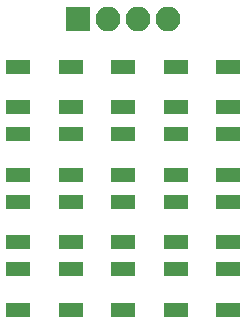
<source format=gbr>
G04 #@! TF.FileFunction,Soldermask,Top*
%FSLAX46Y46*%
G04 Gerber Fmt 4.6, Leading zero omitted, Abs format (unit mm)*
G04 Created by KiCad (PCBNEW 4.0.7) date 07/07/18 12:03:53*
%MOMM*%
%LPD*%
G01*
G04 APERTURE LIST*
%ADD10C,0.100000*%
%ADD11R,2.100000X1.300000*%
%ADD12R,2.100000X2.100000*%
%ADD13O,2.100000X2.100000*%
G04 APERTURE END LIST*
D10*
D11*
X118745000Y-98220000D03*
X118745000Y-94820000D03*
X123190000Y-98220000D03*
X123190000Y-94820000D03*
X127635000Y-98220000D03*
X127635000Y-94820000D03*
X132080000Y-98220000D03*
X132080000Y-94820000D03*
X136525000Y-98220000D03*
X136525000Y-94820000D03*
X118745000Y-100535000D03*
X118745000Y-103935000D03*
X123190000Y-100535000D03*
X123190000Y-103935000D03*
X127635000Y-100535000D03*
X127635000Y-103935000D03*
X132080000Y-100535000D03*
X132080000Y-103935000D03*
X136525000Y-100535000D03*
X136525000Y-103935000D03*
X118745000Y-106250000D03*
X118745000Y-109650000D03*
X123190000Y-106250000D03*
X123190000Y-109650000D03*
X127635000Y-106250000D03*
X127635000Y-109650000D03*
X132080000Y-106250000D03*
X132080000Y-109650000D03*
X136525000Y-106250000D03*
X136525000Y-109650000D03*
X118745000Y-111965000D03*
X118745000Y-115365000D03*
X123190000Y-111965000D03*
X123190000Y-115365000D03*
X127635000Y-111965000D03*
X127635000Y-115365000D03*
X132080000Y-111965000D03*
X132080000Y-115365000D03*
X136525000Y-111965000D03*
X136525000Y-115365000D03*
D12*
X123825000Y-90805000D03*
D13*
X126365000Y-90805000D03*
X128905000Y-90805000D03*
X131445000Y-90805000D03*
M02*

</source>
